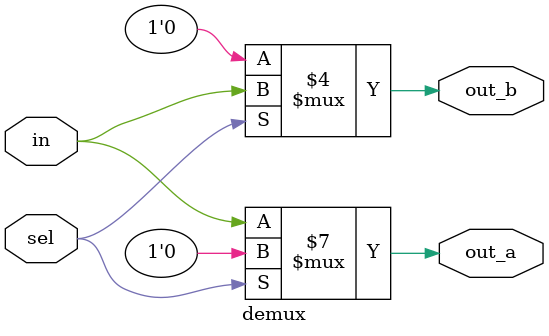
<source format=sv>
module demux (
    input  logic in,
    input  logic sel,
    output logic out_a,
    output logic out_b
);

  always_comb begin
    if (sel == 0) begin
      out_a = in;
      out_b = 'b0;
    end else begin
      out_a = 'b0;
      out_b = in;
    end
  end

endmodule

</source>
